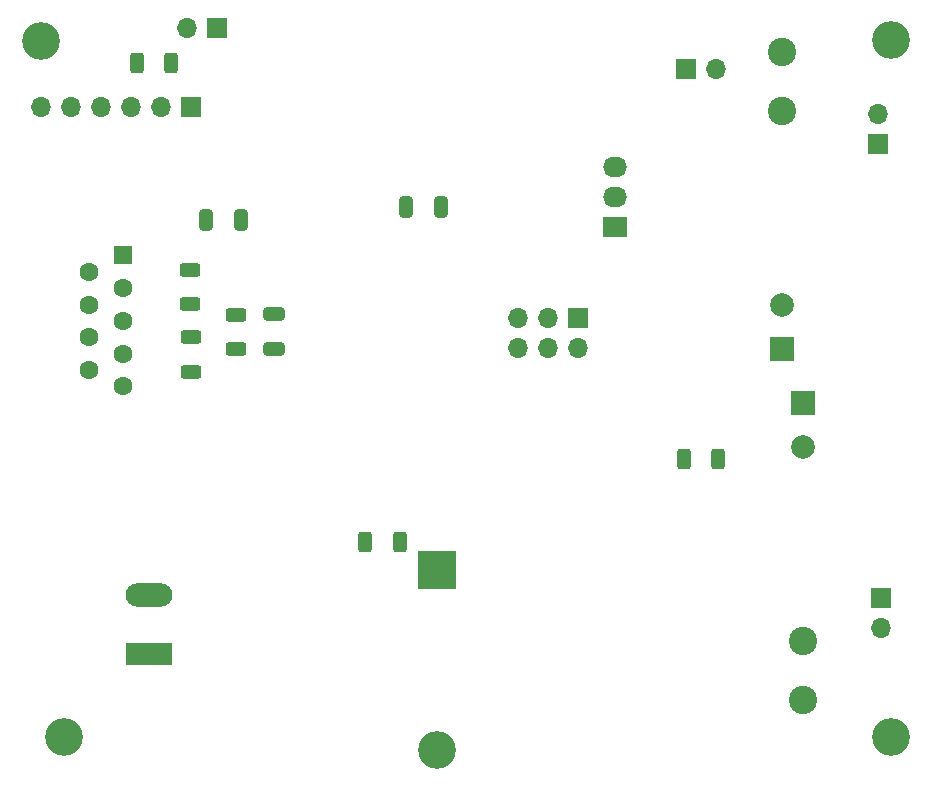
<source format=gbr>
%TF.GenerationSoftware,KiCad,Pcbnew,8.0.9*%
%TF.CreationDate,2025-04-23T13:20:28+02:00*%
%TF.ProjectId,Dijous_D_Combustible,44696a6f-7573-45f4-945f-436f6d627573,rev?*%
%TF.SameCoordinates,Original*%
%TF.FileFunction,Soldermask,Bot*%
%TF.FilePolarity,Negative*%
%FSLAX46Y46*%
G04 Gerber Fmt 4.6, Leading zero omitted, Abs format (unit mm)*
G04 Created by KiCad (PCBNEW 8.0.9) date 2025-04-23 13:20:28*
%MOMM*%
%LPD*%
G01*
G04 APERTURE LIST*
G04 Aperture macros list*
%AMRoundRect*
0 Rectangle with rounded corners*
0 $1 Rounding radius*
0 $2 $3 $4 $5 $6 $7 $8 $9 X,Y pos of 4 corners*
0 Add a 4 corners polygon primitive as box body*
4,1,4,$2,$3,$4,$5,$6,$7,$8,$9,$2,$3,0*
0 Add four circle primitives for the rounded corners*
1,1,$1+$1,$2,$3*
1,1,$1+$1,$4,$5*
1,1,$1+$1,$6,$7*
1,1,$1+$1,$8,$9*
0 Add four rect primitives between the rounded corners*
20,1,$1+$1,$2,$3,$4,$5,0*
20,1,$1+$1,$4,$5,$6,$7,0*
20,1,$1+$1,$6,$7,$8,$9,0*
20,1,$1+$1,$8,$9,$2,$3,0*%
G04 Aperture macros list end*
%ADD10R,3.200000X3.200000*%
%ADD11O,3.200000X3.200000*%
%ADD12C,3.200000*%
%ADD13R,1.700000X1.700000*%
%ADD14O,1.700000X1.700000*%
%ADD15R,2.030000X1.730000*%
%ADD16O,2.030000X1.730000*%
%ADD17C,2.400000*%
%ADD18R,2.000000X2.000000*%
%ADD19C,2.000000*%
%ADD20R,1.600000X1.600000*%
%ADD21C,1.600000*%
%ADD22R,3.960000X1.980000*%
%ADD23O,3.960000X1.980000*%
%ADD24RoundRect,0.250000X0.312500X0.625000X-0.312500X0.625000X-0.312500X-0.625000X0.312500X-0.625000X0*%
%ADD25RoundRect,0.250000X0.625000X-0.312500X0.625000X0.312500X-0.625000X0.312500X-0.625000X-0.312500X0*%
%ADD26RoundRect,0.250000X-0.325000X-0.650000X0.325000X-0.650000X0.325000X0.650000X-0.325000X0.650000X0*%
%ADD27RoundRect,0.250000X-0.650000X0.325000X-0.650000X-0.325000X0.650000X-0.325000X0.650000X0.325000X0*%
%ADD28RoundRect,0.250000X0.325000X0.650000X-0.325000X0.650000X-0.325000X-0.650000X0.325000X-0.650000X0*%
%ADD29RoundRect,0.250000X-0.625000X0.312500X-0.625000X-0.312500X0.625000X-0.312500X0.625000X0.312500X0*%
G04 APERTURE END LIST*
D10*
%TO.C,D2*%
X165608000Y-119888000D03*
D11*
X165608000Y-135128000D03*
%TD*%
D12*
%TO.C,REF\u002A\u002A*%
X132080000Y-75057000D03*
%TD*%
D13*
%TO.C,J6*%
X202946000Y-83820000D03*
D14*
X202946000Y-81280000D03*
%TD*%
D12*
%TO.C,REF\u002A\u002A*%
X134000000Y-134000000D03*
%TD*%
%TO.C,REF\u002A\u002A*%
X204000000Y-134000000D03*
%TD*%
D13*
%TO.C,J8*%
X144780000Y-80645000D03*
D14*
X142240000Y-80645000D03*
X139700000Y-80645000D03*
X137160000Y-80645000D03*
X134620000Y-80645000D03*
X132080000Y-80645000D03*
%TD*%
D15*
%TO.C,JP1*%
X180705000Y-90805000D03*
D16*
X180705000Y-88265000D03*
X180705000Y-85725000D03*
%TD*%
D17*
%TO.C,K2*%
X194818000Y-81026000D03*
X194818000Y-75986000D03*
D18*
X194818000Y-101186000D03*
D19*
X194818000Y-97406000D03*
%TD*%
D13*
%TO.C,J7*%
X186685000Y-77470000D03*
D14*
X189225000Y-77470000D03*
%TD*%
D13*
%TO.C,J2*%
X147000000Y-74000000D03*
D14*
X144460000Y-74000000D03*
%TD*%
D13*
%TO.C,J5*%
X203200000Y-122192000D03*
D14*
X203200000Y-124732000D03*
%TD*%
D13*
%TO.C,J3*%
X177546000Y-98552000D03*
D14*
X177546000Y-101092000D03*
X175006000Y-98552000D03*
X175006000Y-101092000D03*
X172466000Y-98552000D03*
X172466000Y-101092000D03*
%TD*%
D12*
%TO.C,REF\u002A\u002A*%
X204000000Y-75000000D03*
%TD*%
D17*
%TO.C,K1*%
X196596000Y-125854000D03*
X196596000Y-130894000D03*
D18*
X196596000Y-105694000D03*
D19*
X196596000Y-109474000D03*
%TD*%
D20*
%TO.C,J4*%
X139000000Y-93230000D03*
D21*
X139000000Y-96000000D03*
X139000000Y-98770000D03*
X139000000Y-101540000D03*
X139000000Y-104310000D03*
X136160000Y-94615000D03*
X136160000Y-97385000D03*
X136160000Y-100155000D03*
X136160000Y-102925000D03*
%TD*%
D22*
%TO.C,J1*%
X141224000Y-126971000D03*
D23*
X141224000Y-121971000D03*
%TD*%
D24*
%TO.C,R8*%
X143111500Y-76911000D03*
X140186500Y-76911000D03*
%TD*%
D25*
%TO.C,R1*%
X148590000Y-101157500D03*
X148590000Y-98232500D03*
%TD*%
D24*
%TO.C,R4*%
X189422500Y-110490000D03*
X186497500Y-110490000D03*
%TD*%
D26*
%TO.C,C4*%
X146025000Y-90250000D03*
X148975000Y-90250000D03*
%TD*%
D27*
%TO.C,C1*%
X151765000Y-98220000D03*
X151765000Y-101170000D03*
%TD*%
D24*
%TO.C,R5*%
X162462500Y-117500000D03*
X159537500Y-117500000D03*
%TD*%
D28*
%TO.C,C9*%
X165940000Y-89154000D03*
X162990000Y-89154000D03*
%TD*%
D29*
%TO.C,R2*%
X144780000Y-100137500D03*
X144780000Y-103062500D03*
%TD*%
%TO.C,R3*%
X144653000Y-94422500D03*
X144653000Y-97347500D03*
%TD*%
M02*

</source>
